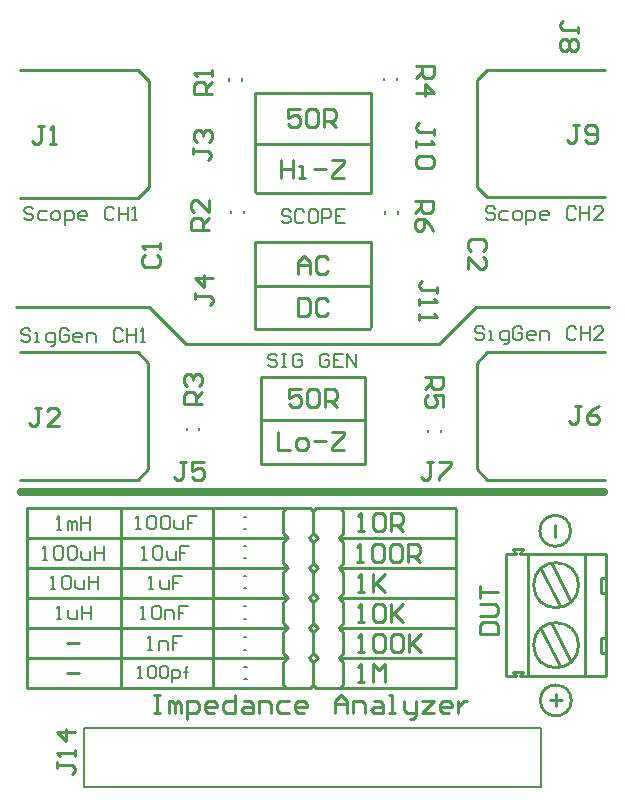
<source format=gto>
G04 Layer_Color=15132400*
%FSLAX25Y25*%
%MOIN*%
G70*
G01*
G75*
%ADD28C,0.01000*%
%ADD29C,0.02500*%
%ADD30C,0.00787*%
%ADD31C,0.00800*%
%ADD32C,0.00700*%
D28*
X364200Y226200D02*
G03*
X364200Y226200I-7500J0D01*
G01*
Y206200D02*
G03*
X364200Y206200I-7500J0D01*
G01*
X361548Y244300D02*
G03*
X361548Y244300I-5148J0D01*
G01*
X361748Y187800D02*
G03*
X361748Y187800I-5148J0D01*
G01*
X180500Y252000D02*
X266800D01*
X180700Y242000D02*
X267300D01*
X180500Y232000D02*
X267300D01*
X180500Y222000D02*
X267300D01*
X180500Y212000D02*
X267300D01*
X180500Y202000D02*
X267300D01*
X180500Y192000D02*
X266800D01*
X180500D02*
Y252000D01*
X211600Y192000D02*
Y252000D01*
X242500Y192000D02*
Y252000D01*
X276800Y192000D02*
X280800D01*
X275800Y193000D02*
X276800Y192000D01*
X275800Y193000D02*
Y200500D01*
X277300Y202000D01*
X275800Y203500D02*
X277300Y202000D01*
X275800Y203500D02*
Y210500D01*
X277300Y212000D01*
X275800Y213500D02*
X277300Y212000D01*
X275800Y213500D02*
Y220500D01*
X277300Y222000D01*
X284300D02*
X285800Y223500D01*
X284300Y222000D02*
X285800Y220500D01*
Y213500D02*
Y220500D01*
X284300Y212000D02*
X285800Y213500D01*
X284300Y212000D02*
X285800Y210500D01*
Y203500D02*
Y210500D01*
X284300Y202000D02*
X285800Y203500D01*
X284300Y202000D02*
X285800Y200500D01*
Y193000D02*
Y200500D01*
X284800Y192000D02*
X285800Y193000D01*
X280800Y192000D02*
X284800D01*
X270800D02*
X274800D01*
X275800Y193000D01*
Y200500D01*
X274300Y202000D02*
X275800Y200500D01*
X274300Y202000D02*
X275800Y203500D01*
Y210500D01*
X274300Y212000D02*
X275800Y210500D01*
X274300Y212000D02*
X275800Y213500D01*
Y220500D01*
X274300Y222000D02*
X275800Y220500D01*
X274300Y222000D02*
X275800Y223500D01*
X265800D02*
X267300Y222000D01*
X265800Y220500D02*
X267300Y222000D01*
X265800Y213500D02*
Y220500D01*
Y213500D02*
X267300Y212000D01*
X265800Y210500D02*
X267300Y212000D01*
X265800Y203500D02*
Y210500D01*
Y203500D02*
X267300Y202000D01*
X265800Y200500D02*
X267300Y202000D01*
X265800Y193000D02*
Y200500D01*
Y193000D02*
X266800Y192000D01*
X270800D01*
X265800Y251000D02*
X266800Y252000D01*
X265800Y243500D02*
Y251000D01*
X274800Y252000D02*
X275800Y251000D01*
Y243500D02*
Y251000D01*
X265800Y223500D02*
X267300Y222000D01*
X265800Y223500D02*
Y230500D01*
X267300Y232000D01*
X265800Y233500D02*
X267300Y232000D01*
X265800Y233500D02*
Y240500D01*
X267300Y242000D01*
X265800Y243500D02*
X267300Y242000D01*
X266800Y252000D02*
X270800D01*
X274300Y242000D02*
X275800Y243500D01*
X270800Y252000D02*
X274800D01*
X274300Y242000D02*
X275800Y240500D01*
Y233500D02*
Y240500D01*
X274300Y232000D02*
X275800Y233500D01*
X274300Y232000D02*
X275800Y230500D01*
Y223500D02*
Y230500D01*
X274300Y222000D02*
X275800Y223500D01*
X284300Y222000D02*
X285800Y223500D01*
Y230500D01*
X284300Y232000D02*
X285800Y230500D01*
X284300Y232000D02*
X285800Y233500D01*
Y240500D01*
X284300Y242000D02*
X285800Y240500D01*
X280800Y252000D02*
X284800D01*
X284300Y242000D02*
X285800Y243500D01*
X276800Y252000D02*
X280800D01*
X275800Y243500D02*
X277300Y242000D01*
X275800Y240500D02*
X277300Y242000D01*
X275800Y233500D02*
Y240500D01*
Y233500D02*
X277300Y232000D01*
X275800Y230500D02*
X277300Y232000D01*
X275800Y223500D02*
Y230500D01*
Y223500D02*
X277300Y222000D01*
X285800Y243500D02*
Y251000D01*
X284800Y252000D02*
X285800Y251000D01*
X275800Y243500D02*
Y251000D01*
X276800Y252000D01*
X284800D02*
X322900D01*
X323300Y251600D01*
X284800Y192000D02*
X323300D01*
X284300Y242000D02*
X323200D01*
X284300Y232000D02*
X323200D01*
X284300Y222000D02*
X323200D01*
X284300Y212000D02*
X323300D01*
X284300Y202000D02*
X323200D01*
X323300Y192000D02*
Y251600D01*
X371700Y208700D02*
X373235D01*
X371700Y203700D02*
Y208700D01*
Y203700D02*
X373235D01*
X371700Y223700D02*
X373235D01*
X371700D02*
Y228700D01*
X373235D01*
X366200Y195913D02*
Y236626D01*
X347200Y195913D02*
Y236626D01*
X344651D02*
X373203D01*
X340197D02*
X343249D01*
X340165Y195806D02*
Y236594D01*
X373235Y195913D02*
Y236594D01*
X344700Y195913D02*
X373235D01*
X340165Y195806D02*
X343094D01*
X344700Y195913D02*
X345700Y197413D01*
X342200D02*
X345700D01*
X342200D02*
X343200Y195913D01*
X342200Y238200D02*
X343249Y236626D01*
X342200Y238200D02*
X345700D01*
X344651Y236626D02*
X345700Y238200D01*
X355400Y213300D02*
X361700Y200700D01*
X351700Y211700D02*
X358000Y199100D01*
X351700Y231700D02*
X358000Y219100D01*
X355400Y233300D02*
X361700Y220700D01*
X330240Y359084D02*
Y394516D01*
X333784Y398060D01*
X373153D01*
X333784Y355540D02*
X373153D01*
X330240Y359084D02*
X333784Y355540D01*
X256500Y390300D02*
X294900D01*
X256700Y357000D02*
X295000D01*
X256500Y357200D02*
Y390300D01*
X294900Y357100D02*
Y390300D01*
X256500Y373300D02*
X294900D01*
X256300Y340500D02*
X295100D01*
X256300Y311600D02*
Y340500D01*
X295100Y312100D02*
Y340500D01*
X256300Y311600D02*
X294600D01*
X256300Y326050D02*
X294850D01*
X258200Y266600D02*
X293000D01*
X258200D02*
Y295500D01*
X293000D01*
Y266600D02*
Y295500D01*
X258200Y281400D02*
X293000D01*
X330240Y264784D02*
Y300217D01*
X333784Y303760D01*
X373153D01*
X333784Y261240D02*
X373153D01*
X330240Y264784D02*
X333784Y261240D01*
X220760Y264784D02*
Y300217D01*
X217216Y261240D02*
X220760Y264784D01*
X177847Y261240D02*
X217216D01*
X177847Y303760D02*
X217216D01*
X220760Y300217D01*
X220960Y358784D02*
Y394216D01*
X217417Y355240D02*
X220960Y358784D01*
X178047Y355240D02*
X217417D01*
X178047Y397760D02*
X217417D01*
X220960Y394216D01*
X176800Y319000D02*
X221000D01*
X233400Y306600D01*
X330000Y319000D02*
X374300D01*
X317600Y306600D02*
X330000Y319000D01*
X262200Y306600D02*
X288600D01*
X233400D02*
X262200D01*
X288600D02*
X317600D01*
X309800Y354200D02*
X315798D01*
Y351201D01*
X314798Y350201D01*
X312799D01*
X311799Y351201D01*
Y354200D01*
Y352201D02*
X309800Y350201D01*
X315798Y344203D02*
X314798Y346203D01*
X312799Y348202D01*
X310800D01*
X309800Y347202D01*
Y345203D01*
X310800Y344203D01*
X311799D01*
X312799Y345203D01*
Y348202D01*
X313100Y295600D02*
X319098D01*
Y292601D01*
X318098Y291601D01*
X316099D01*
X315099Y292601D01*
Y295600D01*
Y293601D02*
X313100Y291601D01*
X319098Y285603D02*
Y289602D01*
X316099D01*
X317099Y287603D01*
Y286603D01*
X316099Y285603D01*
X314100D01*
X313100Y286603D01*
Y288602D01*
X314100Y289602D01*
X309900Y399400D02*
X315898D01*
Y396401D01*
X314898Y395401D01*
X312899D01*
X311899Y396401D01*
Y399400D01*
Y397401D02*
X309900Y395401D01*
Y390403D02*
X315898D01*
X312899Y393402D01*
Y389403D01*
X238600Y286700D02*
X232602D01*
Y289699D01*
X233602Y290699D01*
X235601D01*
X236601Y289699D01*
Y286700D01*
Y288699D02*
X238600Y290699D01*
X233602Y292698D02*
X232602Y293698D01*
Y295697D01*
X233602Y296697D01*
X234601D01*
X235601Y295697D01*
Y294697D01*
Y295697D01*
X236601Y296697D01*
X237600D01*
X238600Y295697D01*
Y293698D01*
X237600Y292698D01*
X241000Y344700D02*
X235002D01*
Y347699D01*
X236002Y348699D01*
X238001D01*
X239001Y347699D01*
Y344700D01*
Y346699D02*
X241000Y348699D01*
Y354697D02*
Y350698D01*
X237001Y354697D01*
X236002D01*
X235002Y353697D01*
Y351698D01*
X236002Y350698D01*
X242000Y389800D02*
X236002D01*
Y392799D01*
X237002Y393799D01*
X239001D01*
X240001Y392799D01*
Y389800D01*
Y391799D02*
X242000Y393799D01*
Y395798D02*
Y397797D01*
Y396798D01*
X236002D01*
X237002Y395798D01*
X190367Y167146D02*
X190385Y165146D01*
X190376Y166146D01*
X195374Y166190D01*
X196382Y165199D01*
X196391Y164200D01*
X195400Y163191D01*
X196347Y169198D02*
X196329Y171197D01*
X196338Y170197D01*
X190340Y170145D01*
X191349Y169154D01*
X196277Y177195D02*
X190279Y177142D01*
X193304Y174170D01*
X193269Y178168D01*
X316898Y323601D02*
Y325601D01*
Y324601D01*
X311900D01*
X310900Y325601D01*
Y326600D01*
X311900Y327600D01*
X310900Y321602D02*
Y319603D01*
Y320602D01*
X316898D01*
X315898Y321602D01*
X310900Y316604D02*
Y314604D01*
Y315604D01*
X316898D01*
X315898Y316604D01*
X315898Y376201D02*
Y378201D01*
Y377201D01*
X310900D01*
X309900Y378201D01*
Y379200D01*
X310900Y380200D01*
X309900Y374202D02*
Y372203D01*
Y373202D01*
X315898D01*
X314898Y374202D01*
Y369204D02*
X315898Y368204D01*
Y366205D01*
X314898Y365205D01*
X310900D01*
X309900Y366205D01*
Y368204D01*
X310900Y369204D01*
X314898D01*
X364299Y379698D02*
X362299D01*
X363299D01*
Y374700D01*
X362299Y373700D01*
X361300D01*
X360300Y374700D01*
X366298D02*
X367298Y373700D01*
X369297D01*
X370297Y374700D01*
Y378698D01*
X369297Y379698D01*
X367298D01*
X366298Y378698D01*
Y377699D01*
X367298Y376699D01*
X370297D01*
X363998Y410301D02*
Y412301D01*
Y411301D01*
X359000D01*
X358000Y412301D01*
Y413300D01*
X359000Y414300D01*
X362998Y408302D02*
X363998Y407302D01*
Y405303D01*
X362998Y404303D01*
X361999D01*
X360999Y405303D01*
X359999Y404303D01*
X359000D01*
X358000Y405303D01*
Y407302D01*
X359000Y408302D01*
X359999D01*
X360999Y407302D01*
X361999Y408302D01*
X362998D01*
X360999Y407302D02*
Y405303D01*
X315699Y267398D02*
X313699D01*
X314699D01*
Y262400D01*
X313699Y261400D01*
X312700D01*
X311700Y262400D01*
X317698Y267398D02*
X321697D01*
Y266398D01*
X317698Y262400D01*
Y261400D01*
X364899Y285798D02*
X362899D01*
X363899D01*
Y280800D01*
X362899Y279800D01*
X361900D01*
X360900Y280800D01*
X370897Y285798D02*
X368897Y284798D01*
X366898Y282799D01*
Y280800D01*
X367898Y279800D01*
X369897D01*
X370897Y280800D01*
Y281799D01*
X369897Y282799D01*
X366898D01*
X233199Y267198D02*
X231199D01*
X232199D01*
Y262200D01*
X231199Y261200D01*
X230200D01*
X229200Y262200D01*
X239197Y267198D02*
X235198D01*
Y264199D01*
X237197Y265199D01*
X238197D01*
X239197Y264199D01*
Y262200D01*
X238197Y261200D01*
X236198D01*
X235198Y262200D01*
X236402Y323499D02*
Y321499D01*
Y322499D01*
X241400D01*
X242400Y321499D01*
Y320500D01*
X241400Y319500D01*
X242400Y328497D02*
X236402D01*
X239401Y325498D01*
Y329497D01*
X235828Y372038D02*
X235815Y370039D01*
X235822Y371039D01*
X240820Y371006D01*
X241813Y369999D01*
X241807Y369000D01*
X240800Y368007D01*
X236841Y374031D02*
X235848Y375037D01*
X235862Y377037D01*
X236868Y378030D01*
X237868Y378023D01*
X238861Y377017D01*
X238854Y376017D01*
X238861Y377017D01*
X239867Y378010D01*
X240866Y378003D01*
X241860Y376997D01*
X241846Y374998D01*
X240840Y374005D01*
X185099Y285198D02*
X183099D01*
X184099D01*
Y280200D01*
X183099Y279200D01*
X182100D01*
X181100Y280200D01*
X191097Y279200D02*
X187098D01*
X191097Y283199D01*
Y284198D01*
X190097Y285198D01*
X188098D01*
X187098Y284198D01*
X186099Y379198D02*
X184099D01*
X185099D01*
Y374200D01*
X184099Y373200D01*
X183100D01*
X182100Y374200D01*
X188098Y373200D02*
X190097D01*
X189098D01*
Y379198D01*
X188098Y378198D01*
X332498Y337501D02*
X333498Y338501D01*
Y340500D01*
X332498Y341500D01*
X328500D01*
X327500Y340500D01*
Y338501D01*
X328500Y337501D01*
X327500Y331503D02*
Y335502D01*
X331499Y331503D01*
X332498D01*
X333498Y332503D01*
Y334502D01*
X332498Y335502D01*
X219602Y336099D02*
X218602Y335099D01*
Y333100D01*
X219602Y332100D01*
X223600D01*
X224600Y333100D01*
Y335099D01*
X223600Y336099D01*
X224600Y338098D02*
Y340097D01*
Y339098D01*
X218602D01*
X219602Y338098D01*
X193800Y196999D02*
X197799D01*
X193600Y206999D02*
X197599D01*
X331202Y209900D02*
X337200D01*
Y212899D01*
X336200Y213899D01*
X332202D01*
X331202Y212899D01*
Y209900D01*
Y215898D02*
X336200D01*
X337200Y216898D01*
Y218897D01*
X336200Y219897D01*
X331202D01*
Y221896D02*
Y225895D01*
Y223896D01*
X337200D01*
X290600Y244200D02*
X292599D01*
X291600D01*
Y250198D01*
X290600Y249198D01*
X295598D02*
X296598Y250198D01*
X298597D01*
X299597Y249198D01*
Y245200D01*
X298597Y244200D01*
X296598D01*
X295598Y245200D01*
Y249198D01*
X301596Y244200D02*
Y250198D01*
X304595D01*
X305595Y249198D01*
Y247199D01*
X304595Y246199D01*
X301596D01*
X303596D02*
X305595Y244200D01*
X290500Y233800D02*
X292499D01*
X291500D01*
Y239798D01*
X290500Y238798D01*
X295498D02*
X296498Y239798D01*
X298497D01*
X299497Y238798D01*
Y234800D01*
X298497Y233800D01*
X296498D01*
X295498Y234800D01*
Y238798D01*
X301496D02*
X302496Y239798D01*
X304496D01*
X305495Y238798D01*
Y234800D01*
X304496Y233800D01*
X302496D01*
X301496Y234800D01*
Y238798D01*
X307494Y233800D02*
Y239798D01*
X310493D01*
X311493Y238798D01*
Y236799D01*
X310493Y235799D01*
X307494D01*
X309494D02*
X311493Y233800D01*
X290600Y223800D02*
X292599D01*
X291600D01*
Y229798D01*
X290600Y228798D01*
X295598Y229798D02*
Y223800D01*
Y225799D01*
X299597Y229798D01*
X296598Y226799D01*
X299597Y223800D01*
X290600Y214000D02*
X292599D01*
X291600D01*
Y219998D01*
X290600Y218998D01*
X295598D02*
X296598Y219998D01*
X298597D01*
X299597Y218998D01*
Y215000D01*
X298597Y214000D01*
X296598D01*
X295598Y215000D01*
Y218998D01*
X301596Y219998D02*
Y214000D01*
Y215999D01*
X305595Y219998D01*
X302596Y216999D01*
X305595Y214000D01*
X290600Y203900D02*
X292599D01*
X291600D01*
Y209898D01*
X290600Y208898D01*
X295598D02*
X296598Y209898D01*
X298597D01*
X299597Y208898D01*
Y204900D01*
X298597Y203900D01*
X296598D01*
X295598Y204900D01*
Y208898D01*
X301596D02*
X302596Y209898D01*
X304595D01*
X305595Y208898D01*
Y204900D01*
X304595Y203900D01*
X302596D01*
X301596Y204900D01*
Y208898D01*
X307594Y209898D02*
Y203900D01*
Y205899D01*
X311593Y209898D01*
X308594Y206899D01*
X311593Y203900D01*
X290700Y193800D02*
X292699D01*
X291700D01*
Y199798D01*
X290700Y198798D01*
X295698Y193800D02*
Y199798D01*
X297698Y197799D01*
X299697Y199798D01*
Y193800D01*
X356601Y185800D02*
Y189799D01*
X354602Y187799D02*
X358600D01*
X356401Y242300D02*
Y246299D01*
X222700Y189598D02*
X224699D01*
X223700D01*
Y183600D01*
X222700D01*
X224699D01*
X227698D02*
Y187599D01*
X228698D01*
X229698Y186599D01*
Y183600D01*
Y186599D01*
X230697Y187599D01*
X231697Y186599D01*
Y183600D01*
X233696Y181601D02*
Y187599D01*
X236696D01*
X237695Y186599D01*
Y184600D01*
X236696Y183600D01*
X233696D01*
X242693D02*
X240694D01*
X239694Y184600D01*
Y186599D01*
X240694Y187599D01*
X242693D01*
X243693Y186599D01*
Y185599D01*
X239694D01*
X249691Y189598D02*
Y183600D01*
X246692D01*
X245693Y184600D01*
Y186599D01*
X246692Y187599D01*
X249691D01*
X252690D02*
X254690D01*
X255689Y186599D01*
Y183600D01*
X252690D01*
X251691Y184600D01*
X252690Y185599D01*
X255689D01*
X257689Y183600D02*
Y187599D01*
X260688D01*
X261687Y186599D01*
Y183600D01*
X267685Y187599D02*
X264686D01*
X263687Y186599D01*
Y184600D01*
X264686Y183600D01*
X267685D01*
X272684D02*
X270685D01*
X269685Y184600D01*
Y186599D01*
X270685Y187599D01*
X272684D01*
X273684Y186599D01*
Y185599D01*
X269685D01*
X282900Y183600D02*
Y187599D01*
X284899Y189598D01*
X286899Y187599D01*
Y183600D01*
Y186599D01*
X282900D01*
X288898Y183600D02*
Y187599D01*
X291897D01*
X292897Y186599D01*
Y183600D01*
X295896Y187599D02*
X297895D01*
X298895Y186599D01*
Y183600D01*
X295896D01*
X294896Y184600D01*
X295896Y185599D01*
X298895D01*
X300894Y183600D02*
X302893D01*
X301894D01*
Y189598D01*
X300894D01*
X305893Y187599D02*
Y184600D01*
X306892Y183600D01*
X309891D01*
Y182600D01*
X308892Y181601D01*
X307892D01*
X309891Y183600D02*
Y187599D01*
X311891D02*
X315889D01*
X311891Y183600D01*
X315889D01*
X320888D02*
X318888D01*
X317889Y184600D01*
Y186599D01*
X318888Y187599D01*
X320888D01*
X321887Y186599D01*
Y185599D01*
X317889D01*
X323887Y187599D02*
Y183600D01*
Y185599D01*
X324886Y186599D01*
X325886Y187599D01*
X326886D01*
X271499Y384998D02*
X267500D01*
Y381999D01*
X269499Y382999D01*
X270499D01*
X271499Y381999D01*
Y380000D01*
X270499Y379000D01*
X268500D01*
X267500Y380000D01*
X273498Y383998D02*
X274498Y384998D01*
X276497D01*
X277497Y383998D01*
Y380000D01*
X276497Y379000D01*
X274498D01*
X273498Y380000D01*
Y383998D01*
X279496Y379000D02*
Y384998D01*
X282495D01*
X283495Y383998D01*
Y381999D01*
X282495Y380999D01*
X279496D01*
X281495D02*
X283495Y379000D01*
X265100Y367998D02*
Y362000D01*
Y364999D01*
X269099D01*
Y367998D01*
Y362000D01*
X271098D02*
X273097D01*
X272098D01*
Y365999D01*
X271098D01*
X276096Y364999D02*
X280095D01*
X282095Y367998D02*
X286093D01*
Y366998D01*
X282095Y363000D01*
Y362000D01*
X286093D01*
X270600Y330000D02*
Y333999D01*
X272599Y335998D01*
X274599Y333999D01*
Y330000D01*
Y332999D01*
X270600D01*
X280597Y334998D02*
X279597Y335998D01*
X277598D01*
X276598Y334998D01*
Y331000D01*
X277598Y330000D01*
X279597D01*
X280597Y331000D01*
X270600Y321898D02*
Y315900D01*
X273599D01*
X274599Y316900D01*
Y320898D01*
X273599Y321898D01*
X270600D01*
X280597Y320898D02*
X279597Y321898D01*
X277598D01*
X276598Y320898D01*
Y316900D01*
X277598Y315900D01*
X279597D01*
X280597Y316900D01*
X264000Y277098D02*
Y271100D01*
X267999D01*
X270998D02*
X272997D01*
X273997Y272100D01*
Y274099D01*
X272997Y275099D01*
X270998D01*
X269998Y274099D01*
Y272100D01*
X270998Y271100D01*
X275996Y274099D02*
X279995D01*
X281994Y277098D02*
X285993D01*
Y276098D01*
X281994Y272100D01*
Y271100D01*
X285993D01*
X271699Y291498D02*
X267700D01*
Y288499D01*
X269699Y289499D01*
X270699D01*
X271699Y288499D01*
Y286500D01*
X270699Y285500D01*
X268700D01*
X267700Y286500D01*
X273698Y290498D02*
X274698Y291498D01*
X276697D01*
X277697Y290498D01*
Y286500D01*
X276697Y285500D01*
X274698D01*
X273698Y286500D01*
Y290498D01*
X279696Y285500D02*
Y291498D01*
X282695D01*
X283695Y290498D01*
Y288499D01*
X282695Y287499D01*
X279696D01*
X281696D02*
X283695Y285500D01*
D29*
X178400Y257200D02*
X372700D01*
D30*
X248433Y350106D02*
Y350894D01*
X252567Y350106D02*
Y350894D01*
X251967Y394406D02*
Y395194D01*
X247833Y394406D02*
Y395194D01*
X252657Y248967D02*
X253444D01*
X252657Y244833D02*
X253444D01*
X252657Y239267D02*
X253444D01*
X252657Y235133D02*
X253444D01*
X252557Y229367D02*
X253344D01*
X252557Y225233D02*
X253344D01*
X252657Y219167D02*
X253444D01*
X252657Y215033D02*
X253444D01*
X252557Y208867D02*
X253344D01*
X252557Y204733D02*
X253344D01*
X252757Y198967D02*
X253544D01*
X252757Y194833D02*
X253544D01*
X199496Y159056D02*
Y178544D01*
X351504D01*
Y159056D02*
Y178544D01*
X199496Y159056D02*
X351504D01*
X299733Y350006D02*
Y350794D01*
X303867Y350006D02*
Y350794D01*
X303567Y394606D02*
Y395394D01*
X299433Y394606D02*
Y395394D01*
X233633Y277906D02*
Y278694D01*
X237767Y277906D02*
Y278694D01*
X314133Y277206D02*
Y277994D01*
X318267Y277206D02*
Y277994D01*
D31*
X217300Y195400D02*
X218633D01*
X217966D01*
Y199399D01*
X217300Y198732D01*
X220632D02*
X221299Y199399D01*
X222632D01*
X223298Y198732D01*
Y196066D01*
X222632Y195400D01*
X221299D01*
X220632Y196066D01*
Y198732D01*
X224631D02*
X225297Y199399D01*
X226630D01*
X227297Y198732D01*
Y196066D01*
X226630Y195400D01*
X225297D01*
X224631Y196066D01*
Y198732D01*
X228630Y194067D02*
Y198066D01*
X230629D01*
X231295Y197399D01*
Y196066D01*
X230629Y195400D01*
X228630D01*
X233295D02*
Y198732D01*
Y197399D01*
X232628D01*
X233961D01*
X233295D01*
Y198732D01*
X233961Y199399D01*
X220600Y204700D02*
X222099D01*
X221350D01*
Y209198D01*
X220600Y208449D01*
X224349Y204700D02*
Y207699D01*
X226598D01*
X227348Y206949D01*
Y204700D01*
X231846Y209198D02*
X228847D01*
Y206949D01*
X230347D01*
X228847D01*
Y204700D01*
X218200Y214800D02*
X219700D01*
X218950D01*
Y219299D01*
X218200Y218549D01*
X221949D02*
X222698Y219299D01*
X224198D01*
X224948Y218549D01*
Y215550D01*
X224198Y214800D01*
X222698D01*
X221949Y215550D01*
Y218549D01*
X226447Y214800D02*
Y217799D01*
X228697D01*
X229446Y217049D01*
Y214800D01*
X233945Y219299D02*
X230946D01*
Y217049D01*
X232445D01*
X230946D01*
Y214800D01*
X190300D02*
X191799D01*
X191050D01*
Y219299D01*
X190300Y218549D01*
X194049Y217799D02*
Y215550D01*
X194799Y214800D01*
X197048D01*
Y217799D01*
X198547Y219299D02*
Y214800D01*
Y217049D01*
X201546D01*
Y219299D01*
Y214800D01*
X188200Y224900D02*
X189699D01*
X188950D01*
Y229398D01*
X188200Y228649D01*
X191949D02*
X192699Y229398D01*
X194198D01*
X194948Y228649D01*
Y225650D01*
X194198Y224900D01*
X192699D01*
X191949Y225650D01*
Y228649D01*
X196447Y227899D02*
Y225650D01*
X197197Y224900D01*
X199446D01*
Y227899D01*
X200946Y229398D02*
Y224900D01*
Y227149D01*
X203945D01*
Y229398D01*
Y224900D01*
X220900Y224800D02*
X222399D01*
X221650D01*
Y229298D01*
X220900Y228549D01*
X224649Y227799D02*
Y225550D01*
X225398Y224800D01*
X227648D01*
Y227799D01*
X232146Y229298D02*
X229147D01*
Y227049D01*
X230647D01*
X229147D01*
Y224800D01*
X218700Y234700D02*
X220199D01*
X219450D01*
Y239198D01*
X218700Y238449D01*
X222449D02*
X223199Y239198D01*
X224698D01*
X225448Y238449D01*
Y235450D01*
X224698Y234700D01*
X223199D01*
X222449Y235450D01*
Y238449D01*
X226947Y237699D02*
Y235450D01*
X227697Y234700D01*
X229946D01*
Y237699D01*
X234445Y239198D02*
X231446D01*
Y236949D01*
X232945D01*
X231446D01*
Y234700D01*
X185600D02*
X187100D01*
X186350D01*
Y239198D01*
X185600Y238449D01*
X189349D02*
X190099Y239198D01*
X191598D01*
X192348Y238449D01*
Y235450D01*
X191598Y234700D01*
X190099D01*
X189349Y235450D01*
Y238449D01*
X193847D02*
X194597Y239198D01*
X196097D01*
X196846Y238449D01*
Y235450D01*
X196097Y234700D01*
X194597D01*
X193847Y235450D01*
Y238449D01*
X198346Y237699D02*
Y235450D01*
X199096Y234700D01*
X201345D01*
Y237699D01*
X202844Y239198D02*
Y234700D01*
Y236949D01*
X205843D01*
Y239198D01*
Y234700D01*
X216700Y244800D02*
X218199D01*
X217450D01*
Y249299D01*
X216700Y248549D01*
X220449D02*
X221199Y249299D01*
X222698D01*
X223448Y248549D01*
Y245550D01*
X222698Y244800D01*
X221199D01*
X220449Y245550D01*
Y248549D01*
X224947D02*
X225697Y249299D01*
X227197D01*
X227946Y248549D01*
Y245550D01*
X227197Y244800D01*
X225697D01*
X224947Y245550D01*
Y248549D01*
X229446Y247799D02*
Y245550D01*
X230196Y244800D01*
X232445D01*
Y247799D01*
X236944Y249299D02*
X233944D01*
Y247049D01*
X235444D01*
X233944D01*
Y244800D01*
X268199Y350749D02*
X267449Y351499D01*
X265950D01*
X265200Y350749D01*
Y349999D01*
X265950Y349249D01*
X267449D01*
X268199Y348499D01*
Y347750D01*
X267449Y347000D01*
X265950D01*
X265200Y347750D01*
X272698Y350749D02*
X271948Y351499D01*
X270448D01*
X269699Y350749D01*
Y347750D01*
X270448Y347000D01*
X271948D01*
X272698Y347750D01*
X276446Y351499D02*
X274947D01*
X274197Y350749D01*
Y347750D01*
X274947Y347000D01*
X276446D01*
X277196Y347750D01*
Y350749D01*
X276446Y351499D01*
X278696Y347000D02*
Y351499D01*
X280945D01*
X281695Y350749D01*
Y349249D01*
X280945Y348499D01*
X278696D01*
X286193Y351499D02*
X283194D01*
Y347000D01*
X286193D01*
X283194Y349249D02*
X284694D01*
X263799Y302649D02*
X263049Y303398D01*
X261550D01*
X260800Y302649D01*
Y301899D01*
X261550Y301149D01*
X263049D01*
X263799Y300399D01*
Y299650D01*
X263049Y298900D01*
X261550D01*
X260800Y299650D01*
X265299Y303398D02*
X266798D01*
X266048D01*
Y298900D01*
X265299D01*
X266798D01*
X272046Y302649D02*
X271297Y303398D01*
X269797D01*
X269047Y302649D01*
Y299650D01*
X269797Y298900D01*
X271297D01*
X272046Y299650D01*
Y301149D01*
X270547D01*
X281044Y302649D02*
X280294Y303398D01*
X278794D01*
X278044Y302649D01*
Y299650D01*
X278794Y298900D01*
X280294D01*
X281044Y299650D01*
Y301149D01*
X279544D01*
X285542Y303398D02*
X282543D01*
Y298900D01*
X285542D01*
X282543Y301149D02*
X284043D01*
X287041Y298900D02*
Y303398D01*
X290041Y298900D01*
Y303398D01*
X182499Y351549D02*
X181749Y352298D01*
X180250D01*
X179500Y351549D01*
Y350799D01*
X180250Y350049D01*
X181749D01*
X182499Y349300D01*
Y348550D01*
X181749Y347800D01*
X180250D01*
X179500Y348550D01*
X186998Y350799D02*
X184748D01*
X183999Y350049D01*
Y348550D01*
X184748Y347800D01*
X186998D01*
X189247D02*
X190746D01*
X191496Y348550D01*
Y350049D01*
X190746Y350799D01*
X189247D01*
X188497Y350049D01*
Y348550D01*
X189247Y347800D01*
X192996Y346301D02*
Y350799D01*
X195245D01*
X195995Y350049D01*
Y348550D01*
X195245Y347800D01*
X192996D01*
X199743D02*
X198244D01*
X197494Y348550D01*
Y350049D01*
X198244Y350799D01*
X199743D01*
X200493Y350049D01*
Y349300D01*
X197494D01*
X209490Y351549D02*
X208741Y352298D01*
X207241D01*
X206491Y351549D01*
Y348550D01*
X207241Y347800D01*
X208741D01*
X209490Y348550D01*
X210990Y352298D02*
Y347800D01*
Y350049D01*
X213989D01*
Y352298D01*
Y347800D01*
X215488D02*
X216988D01*
X216238D01*
Y352298D01*
X215488Y351549D01*
X336299Y351749D02*
X335549Y352499D01*
X334050D01*
X333300Y351749D01*
Y350999D01*
X334050Y350249D01*
X335549D01*
X336299Y349500D01*
Y348750D01*
X335549Y348000D01*
X334050D01*
X333300Y348750D01*
X340798Y350999D02*
X338548D01*
X337799Y350249D01*
Y348750D01*
X338548Y348000D01*
X340798D01*
X343047D02*
X344546D01*
X345296Y348750D01*
Y350249D01*
X344546Y350999D01*
X343047D01*
X342297Y350249D01*
Y348750D01*
X343047Y348000D01*
X346796Y346500D02*
Y350999D01*
X349045D01*
X349795Y350249D01*
Y348750D01*
X349045Y348000D01*
X346796D01*
X353543D02*
X352044D01*
X351294Y348750D01*
Y350249D01*
X352044Y350999D01*
X353543D01*
X354293Y350249D01*
Y349500D01*
X351294D01*
X363290Y351749D02*
X362541Y352499D01*
X361041D01*
X360291Y351749D01*
Y348750D01*
X361041Y348000D01*
X362541D01*
X363290Y348750D01*
X364790Y352499D02*
Y348000D01*
Y350249D01*
X367789D01*
Y352499D01*
Y348000D01*
X372287D02*
X369288D01*
X372287Y350999D01*
Y351749D01*
X371538Y352499D01*
X370038D01*
X369288Y351749D01*
X181499Y311049D02*
X180749Y311799D01*
X179250D01*
X178500Y311049D01*
Y310299D01*
X179250Y309549D01*
X180749D01*
X181499Y308800D01*
Y308050D01*
X180749Y307300D01*
X179250D01*
X178500Y308050D01*
X182999Y307300D02*
X184498D01*
X183748D01*
Y310299D01*
X182999D01*
X188247Y305801D02*
X188997D01*
X189746Y306550D01*
Y310299D01*
X187497D01*
X186747Y309549D01*
Y308050D01*
X187497Y307300D01*
X189746D01*
X194245Y311049D02*
X193495Y311799D01*
X191996D01*
X191246Y311049D01*
Y308050D01*
X191996Y307300D01*
X193495D01*
X194245Y308050D01*
Y309549D01*
X192745D01*
X197994Y307300D02*
X196494D01*
X195744Y308050D01*
Y309549D01*
X196494Y310299D01*
X197994D01*
X198743Y309549D01*
Y308800D01*
X195744D01*
X200243Y307300D02*
Y310299D01*
X202492D01*
X203242Y309549D01*
Y307300D01*
X212239Y311049D02*
X211489Y311799D01*
X209990D01*
X209240Y311049D01*
Y308050D01*
X209990Y307300D01*
X211489D01*
X212239Y308050D01*
X213739Y311799D02*
Y307300D01*
Y309549D01*
X216738D01*
Y311799D01*
Y307300D01*
X218237D02*
X219737D01*
X218987D01*
Y311799D01*
X218237Y311049D01*
X332699Y311749D02*
X331949Y312498D01*
X330450D01*
X329700Y311749D01*
Y310999D01*
X330450Y310249D01*
X331949D01*
X332699Y309500D01*
Y308750D01*
X331949Y308000D01*
X330450D01*
X329700Y308750D01*
X334198Y308000D02*
X335698D01*
X334948D01*
Y310999D01*
X334198D01*
X339447Y306501D02*
X340197D01*
X340946Y307250D01*
Y310999D01*
X338697D01*
X337947Y310249D01*
Y308750D01*
X338697Y308000D01*
X340946D01*
X345445Y311749D02*
X344695Y312498D01*
X343196D01*
X342446Y311749D01*
Y308750D01*
X343196Y308000D01*
X344695D01*
X345445Y308750D01*
Y310249D01*
X343945D01*
X349194Y308000D02*
X347694D01*
X346944Y308750D01*
Y310249D01*
X347694Y310999D01*
X349194D01*
X349943Y310249D01*
Y309500D01*
X346944D01*
X351443Y308000D02*
Y310999D01*
X353692D01*
X354442Y310249D01*
Y308000D01*
X363439Y311749D02*
X362689Y312498D01*
X361190D01*
X360440Y311749D01*
Y308750D01*
X361190Y308000D01*
X362689D01*
X363439Y308750D01*
X364939Y312498D02*
Y308000D01*
Y310249D01*
X367938D01*
Y312498D01*
Y308000D01*
X372436D02*
X369437D01*
X372436Y310999D01*
Y311749D01*
X371687Y312498D01*
X370187D01*
X369437Y311749D01*
D32*
X190200Y244600D02*
X191700D01*
X190950D01*
Y249098D01*
X190200Y248349D01*
X193949Y244600D02*
Y247599D01*
X194699D01*
X195448Y246849D01*
Y244600D01*
Y246849D01*
X196198Y247599D01*
X196948Y246849D01*
Y244600D01*
X198447Y249098D02*
Y244600D01*
Y246849D01*
X201446D01*
Y249098D01*
Y244600D01*
M02*

</source>
